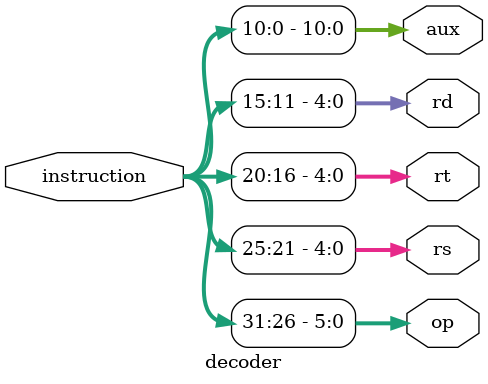
<source format=v>
`timescale 1ns / 1ps


module decoder(
        input [31:0] instruction,
        output [5:0] op,
        output [4:0] rs,
        output [4:0] rt,
        output [4:0] rd,
        output [10:0] aux
    );

    assign op = instruction[31:26];
    assign rs = instruction[25:21];
    assign rt = instruction[20:16];
    assign rd = instruction[15:11];
    assign aux = instruction[10:0];

endmodule

</source>
